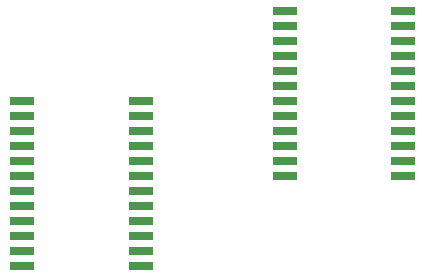
<source format=gbr>
G04 EAGLE Gerber X2 export*
%TF.Part,Single*%
%TF.FileFunction,Paste,Top*%
%TF.FilePolarity,Positive*%
%TF.GenerationSoftware,Autodesk,EAGLE,8.6.1*%
%TF.CreationDate,2018-05-08T23:05:54Z*%
G75*
%MOMM*%
%FSLAX34Y34*%
%LPD*%
%AMOC8*
5,1,8,0,0,1.08239X$1,22.5*%
G01*
%ADD10R,2.032000X0.660400*%


D10*
X240792Y-577850D03*
X240792Y-565150D03*
X240792Y-552450D03*
X240792Y-539750D03*
X240792Y-527050D03*
X240792Y-514350D03*
X240792Y-501650D03*
X240792Y-488950D03*
X140208Y-488950D03*
X140208Y-501650D03*
X140208Y-514350D03*
X140208Y-527050D03*
X140208Y-539750D03*
X140208Y-552450D03*
X140208Y-565150D03*
X140208Y-577850D03*
X140208Y-476250D03*
X140208Y-463550D03*
X140208Y-450850D03*
X140208Y-438150D03*
X240792Y-476250D03*
X240792Y-463550D03*
X240792Y-450850D03*
X240792Y-438150D03*
X463042Y-501650D03*
X463042Y-488950D03*
X463042Y-476250D03*
X463042Y-463550D03*
X463042Y-450850D03*
X463042Y-438150D03*
X463042Y-425450D03*
X463042Y-412750D03*
X362458Y-412750D03*
X362458Y-425450D03*
X362458Y-438150D03*
X362458Y-450850D03*
X362458Y-463550D03*
X362458Y-476250D03*
X362458Y-488950D03*
X362458Y-501650D03*
X362458Y-400050D03*
X362458Y-387350D03*
X362458Y-374650D03*
X362458Y-361950D03*
X463042Y-400050D03*
X463042Y-387350D03*
X463042Y-374650D03*
X463042Y-361950D03*
M02*

</source>
